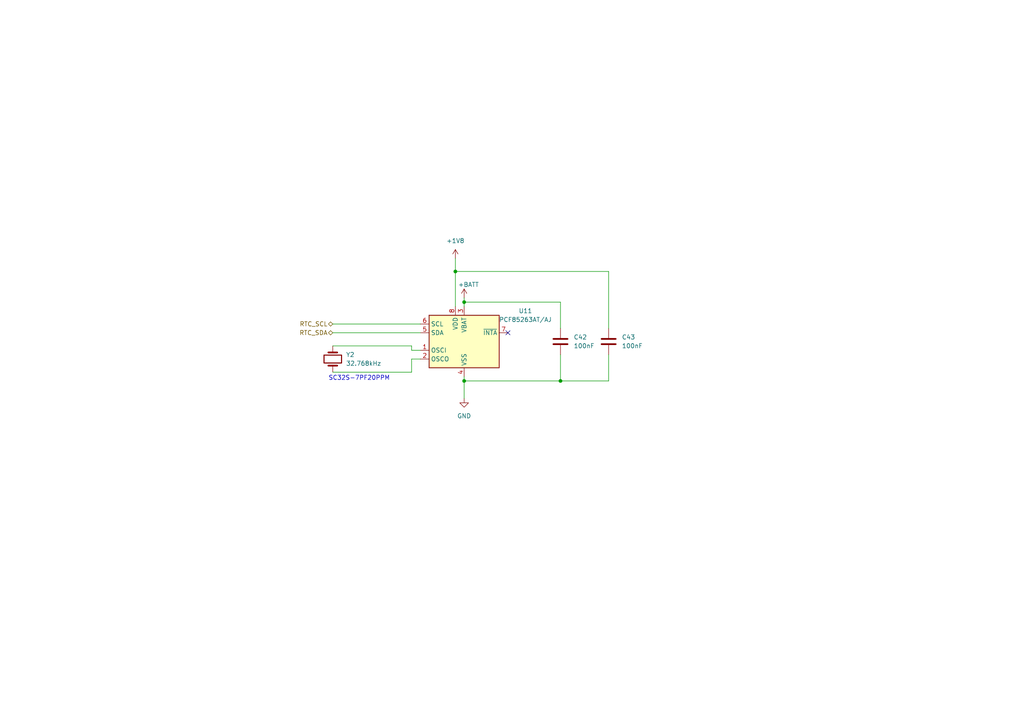
<source format=kicad_sch>
(kicad_sch (version 20230121) (generator eeschema)
  (paper "A4")
  (lib_symbols
    (symbol "Device:C" (pin_numbers hide) (pin_names (offset 0.254))
      (property "Reference" "C" (at 0.635 2.54 0))
      (property "Value" "C" (at 0.635 -2.54 0))
      (symbol "C_0_1"
        (polyline (pts (xy -2.032 -0.762) (xy 2.032 -0.762)) (stroke (width 0.508)))
        (polyline (pts (xy -2.032 0.762) (xy 2.032 0.762)) (stroke (width 0.508)))
      )
      (symbol "C_1_1"
        (pin passive line (at 0 3.81 270) (length 2.794) (name "~") (number "1"))
        (pin passive line (at 0 -3.81 90) (length 2.794) (name "~") (number "2"))
      )
    )
    (symbol "Device:Crystal" (pin_numbers hide) (pin_names (offset 1.016) hide)
      (property "Reference" "Y" (at 0 3.81 0))
      (property "Value" "Crystal" (at 0 -3.81 0))
      (symbol "Crystal_0_1"
        (rectangle (start -1.143 2.54) (end 1.143 -2.54) (stroke (width 0.3048)))
        (polyline (pts (xy -2.54 0) (xy -1.905 0)))
        (polyline (pts (xy -1.905 -1.27) (xy -1.905 1.27)) (stroke (width 0.508)))
        (polyline (pts (xy 1.905 -1.27) (xy 1.905 1.27)) (stroke (width 0.508)))
        (polyline (pts (xy 2.54 0) (xy 1.905 0)))
      )
      (symbol "Crystal_1_1"
        (pin passive line (at -3.81 0 0) (length 1.27) (name "1") (number "1"))
        (pin passive line (at 3.81 0 180) (length 1.27) (name "2") (number "2"))
      )
    )
    (symbol "Timer_RTC:PCF85263AT"
      (property "Reference" "U" (at -8.89 8.89 0))
      (property "Value" "PCF85263AT" (at 1.27 8.89 0))
      (symbol "PCF85263AT_0_1"
        (rectangle (start -10.16 7.62) (end 10.16 -7.62) (stroke (width 0.254)) (fill (type background)))
      )
      (symbol "PCF85263AT_1_1"
        (pin input line (at -12.7 -2.54 0) (length 2.54) (name "OSCI") (number "1"))
        (pin output line (at -12.7 -5.08 0) (length 2.54) (name "OSCO") (number "2"))
        (pin power_in line (at 0 10.16 270) (length 2.54) (name "VBAT") (number "3"))
        (pin power_in line (at 0 -10.16 90) (length 2.54) (name "VSS") (number "4"))
        (pin bidirectional line (at -12.7 2.54 0) (length 2.54) (name "SDA") (number "5"))
        (pin input line (at -12.7 5.08 0) (length 2.54) (name "SCL") (number "6"))
        (pin open_collector line (at 12.7 2.54 180) (length 2.54) (name "~{INTA}") (number "7"))
        (pin power_in line (at -2.54 10.16 270) (length 2.54) (name "VDD") (number "8"))
      )
    )
    (symbol "power:+1V8" (power) (pin_names (offset 0))
      (property "Value" "+1V8" (at 0 3.556 0))
      (symbol "+1V8_0_1"
        (polyline (pts (xy -0.762 1.27) (xy 0 2.54)))
        (polyline (pts (xy 0 0) (xy 0 2.54)))
        (polyline (pts (xy 0 2.54) (xy 0.762 1.27)))
      )
      (symbol "+1V8_1_1"
        (pin power_in line (at 0 0 90) (length 0) hide (name "+1V8") (number "1"))
      )
    )
    (symbol "power:+BATT" (power) (pin_names (offset 0))
      (property "Value" "+BATT" (at 0 3.556 0))
      (symbol "+BATT_0_1"
        (polyline (pts (xy -0.762 1.27) (xy 0 2.54)))
        (polyline (pts (xy 0 0) (xy 0 2.54)))
        (polyline (pts (xy 0 2.54) (xy 0.762 1.27)))
      )
      (symbol "+BATT_1_1"
        (pin power_in line (at 0 0 90) (length 0) hide (name "+BATT") (number "1"))
      )
    )
    (symbol "power:GND" (power) (pin_names (offset 0))
      (property "Value" "GND" (at 0 -3.81 0))
      (symbol "GND_0_1"
        (polyline (pts (xy 0 0) (xy 0 -1.27) (xy 1.27 -1.27) (xy 0 -2.54) (xy -1.27 -1.27) (xy 0 -1.27)))
      )
      (symbol "GND_1_1"
        (pin power_in line (at 0 0 270) (length 0) hide (name "GND") (number "1"))
      )
    )
  )
  (junction (at 132.08 78.74))
  (junction (at 134.62 87.63))
  (junction (at 162.56 110.49))
  (junction (at 134.62 110.49))
  (no_connect (at 147.32 96.52))
  (wire (pts (xy 96.52 100.33) (xy 119.38 100.33)))
  (wire (pts (xy 121.92 104.14) (xy 119.38 104.14)))
  (wire (pts (xy 134.62 109.22) (xy 134.62 110.49)))
  (wire (pts (xy 162.56 95.25) (xy 162.56 87.63)))
  (wire (pts (xy 134.62 86.36) (xy 134.62 87.63)))
  (wire (pts (xy 132.08 78.74) (xy 176.53 78.74)))
  (wire (pts (xy 134.62 87.63) (xy 134.62 88.9)))
  (wire (pts (xy 162.56 102.87) (xy 162.56 110.49)))
  (wire (pts (xy 119.38 107.95) (xy 96.52 107.95)))
  (wire (pts (xy 119.38 100.33) (xy 119.38 101.6)))
  (wire (pts (xy 162.56 87.63) (xy 134.62 87.63)))
  (wire (pts (xy 96.52 93.98) (xy 121.92 93.98)))
  (wire (pts (xy 119.38 104.14) (xy 119.38 107.95)))
  (wire (pts (xy 132.08 74.93) (xy 132.08 78.74)))
  (wire (pts (xy 119.38 101.6) (xy 121.92 101.6)))
  (wire (pts (xy 176.53 110.49) (xy 176.53 102.87)))
  (wire (pts (xy 162.56 110.49) (xy 176.53 110.49)))
  (wire (pts (xy 96.52 96.52) (xy 121.92 96.52)))
  (wire (pts (xy 132.08 78.74) (xy 132.08 88.9)))
  (wire (pts (xy 176.53 78.74) (xy 176.53 95.25)))
  (wire (pts (xy 162.56 110.49) (xy 134.62 110.49)))
  (wire (pts (xy 134.62 110.49) (xy 134.62 115.57)))
  (text "SC32S-7PF20PPM" (at 95.25 110.49 0) (effects (font (size 1.27 1.27)) (justify left bottom)))
  (hierarchical_label "RTC_SDA" (shape bidirectional) (at 96.52 96.52 180))
  (hierarchical_label "RTC_SCL" (shape bidirectional) (at 96.52 93.98 180))
  (symbol (lib_id "Device:C") (at 176.53 99.06 0) (unit 1)
    (property "Reference" "C43" (at 180.34 97.7899 0) (effects (justify left)))
    (property "Value" "100nF" (at 180.34 100.3299 0) (effects (justify left)))
    (property "Footprint" "Capacitor_SMD:C_0201_0603Metric" (effects hide))
    (property "Description" "CAP CERM 100nF +/10% 25V X5R 0201" (effects hide))
    (property "MPN" "CC0201KRX5R8BB104" (effects hide))
  )
  (symbol (lib_id "power:GND") (at 134.62 115.57 0) (unit 1)
    (property "Reference" "#PWR051" (effects hide))
    (property "Value" "GND" (at 134.62 120.65 0))
  )
  (symbol (lib_id "Device:Crystal") (at 96.52 104.14 90) (unit 1)
    (property "Reference" "Y2" (at 100.33 102.8699 90) (effects (justify right)))
    (property "Value" "32.768kHz" (at 100.33 105.4099 90) (effects (justify right)))
    (property "Footprint" "Crystal:Crystal_SMD_3215-2Pin_3.2x1.5mm" (effects hide))
    (property "Description" "CRYSTAL 32.768KHZ 7pF 20 PPM SMD" (effects hide))
    (property "MPN" "SC32S-7PF20PPM" (effects hide))
  )
  (symbol (lib_id "Device:C") (at 162.56 99.06 0) (unit 1)
    (property "Reference" "C42" (at 166.37 97.7899 0) (effects (justify left)))
    (property "Value" "100nF" (at 166.37 100.3299 0) (effects (justify left)))
    (property "Footprint" "Capacitor_SMD:C_0201_0603Metric" (effects hide))
    (property "Description" "CAP CERM 100nF +/10% 25V X5R 0201" (effects hide))
    (property "MPN" "CC0201KRX5R8BB104" (effects hide))
  )
  (symbol (lib_id "Timer_RTC:PCF85263AT") (at 134.62 99.06 0) (unit 1)
    (property "Reference" "U11" (at 152.4 90.17 0))
    (property "Value" "PCF85263AT{slash}AJ" (at 152.4 92.71 0))
    (property "Footprint" "Package_SO:SOIC-8_3.9x4.9mm_P1.27mm" (effects hide))
    (property "Datasheet" "https://www.nxp.com/docs/en/data-sheet/PCF85263A.pdf" (effects hide))
    (property "Description" "IC RTC CLK/CALENDAR I2C 8SO" (effects hide))
    (property "MPN" "PCF85263AT/AJ" (effects hide))
  )
  (symbol (lib_id "power:+1V8") (at 132.08 74.93 0) (unit 1)
    (property "Reference" "#PWR049" (effects hide))
    (property "Value" "+1V8" (at 132.08 69.85 0))
  )
  (symbol (lib_id "power:+BATT") (at 134.62 86.36 0) (unit 1)
    (property "Reference" "#PWR050" (effects hide))
    (property "Value" "+BATT" (at 135.89 82.55 0))
  )
)
</source>
